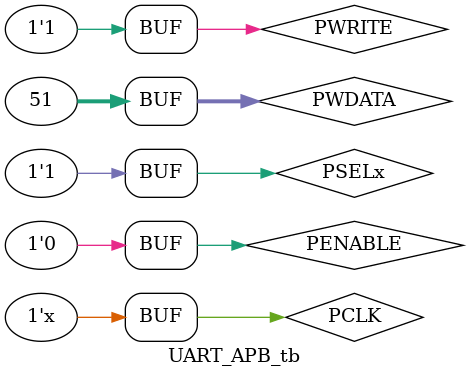
<source format=v>
`include "components/UART/UART-APB.v"
`timescale 1ns/1ns
module UART_APB_tb;
    reg [31:0] PADDR;
    reg [31:0] PWDATA;
    wire [31:0] PRDATA;
    reg PSELx;
    reg PENABLE;
    reg PWRITE;
    reg PRESETn;
    wire PREADY;
    reg PCLK = 0;
    reg rx;
    wire tx;

UART_APB u (
    .PADDR(PADDR),
    .PWDATA(PWDATA),
    .PRDATA(PRDATA),
    .PSELx(PSELx),
    .PENABLE(PENABLE),
    .PWRITE(PWRITE),
    .PRESETn(PRESETn),
    .PREADY(PREADY),
    .PCLK(PCLK),
    .rx(rx),
    .tx(tx)
);

initial begin
    $dumpfile("uart_apb.vcd");
    $dumpvars(0, u);
    // write operation tx not full
    PENABLE <= 1;
    PSELx <= 1;
    PWRITE <= 1;
    PWDATA <= 8'b10101010;
    #10
    PENABLE <= 0;

    #20

    // write operation tx full 
    PENABLE <= 1;
    PSELx <= 1;
    PWRITE <= 1;
    PWDATA <= 8'b00110011;
    #10
    PENABLE <= 0;

end

always #5 PCLK = ~ PCLK;
endmodule
</source>
